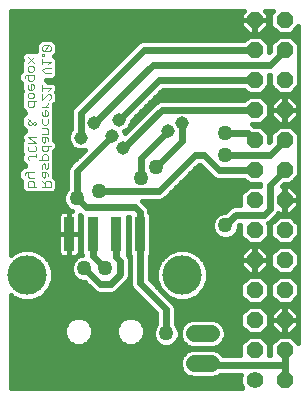
<source format=gbl>
G75*
G70*
%OFA0B0*%
%FSLAX24Y24*%
%IPPOS*%
%LPD*%
%AMOC8*
5,1,8,0,0,1.08239X$1,22.5*
%
%ADD10C,0.0030*%
%ADD11C,0.0560*%
%ADD12OC8,0.0560*%
%ADD13C,0.0560*%
%ADD14R,0.0354X0.1181*%
%ADD15C,0.1310*%
%ADD16C,0.0160*%
%ADD17C,0.0500*%
%ADD18C,0.0200*%
%ADD19C,0.0100*%
%ADD20C,0.0140*%
%ADD21C,0.0120*%
%ADD22C,0.0240*%
%ADD23C,0.0450*%
D10*
X001020Y007170D02*
X001020Y007315D01*
X001068Y007363D01*
X001165Y007363D01*
X001213Y007315D01*
X001213Y007170D01*
X001310Y007170D02*
X001020Y007170D01*
X001068Y007465D02*
X001020Y007513D01*
X001020Y007658D01*
X000972Y007658D02*
X000923Y007610D01*
X000923Y007561D01*
X000972Y007658D02*
X001213Y007658D01*
X001213Y007465D02*
X001068Y007465D01*
X001500Y007513D02*
X001548Y007465D01*
X001597Y007513D01*
X001597Y007658D01*
X001645Y007658D02*
X001500Y007658D01*
X001500Y007513D01*
X001500Y007363D02*
X001597Y007267D01*
X001597Y007315D02*
X001597Y007170D01*
X001500Y007170D02*
X001790Y007170D01*
X001790Y007315D01*
X001742Y007363D01*
X001645Y007363D01*
X001597Y007315D01*
X001693Y007513D02*
X001693Y007610D01*
X001645Y007658D01*
X001645Y007759D02*
X001693Y007808D01*
X001693Y007953D01*
X001693Y008054D02*
X001693Y008199D01*
X001645Y008247D01*
X001548Y008247D01*
X001500Y008199D01*
X001500Y008054D01*
X001403Y008054D02*
X001693Y008054D01*
X001548Y007953D02*
X001597Y007904D01*
X001597Y007808D01*
X001645Y007759D01*
X001500Y007759D02*
X001500Y007904D01*
X001548Y007953D01*
X001310Y008151D02*
X001310Y008247D01*
X001310Y008199D02*
X001068Y008199D01*
X001020Y008151D01*
X001020Y008102D01*
X001068Y008054D01*
X001068Y008349D02*
X001020Y008397D01*
X001020Y008494D01*
X001068Y008542D01*
X001020Y008643D02*
X001310Y008643D01*
X001020Y008837D01*
X001310Y008837D01*
X001500Y008837D02*
X001500Y008692D01*
X001548Y008643D01*
X001597Y008692D01*
X001597Y008837D01*
X001645Y008837D02*
X001500Y008837D01*
X001500Y008938D02*
X001693Y008938D01*
X001693Y009083D01*
X001645Y009131D01*
X001500Y009131D01*
X001548Y009233D02*
X001500Y009281D01*
X001500Y009426D01*
X001548Y009527D02*
X001645Y009527D01*
X001693Y009576D01*
X001693Y009672D01*
X001645Y009721D01*
X001597Y009721D01*
X001597Y009527D01*
X001548Y009527D02*
X001500Y009576D01*
X001500Y009672D01*
X001500Y009822D02*
X001693Y009822D01*
X001597Y009822D02*
X001693Y009919D01*
X001693Y009967D01*
X001742Y010067D02*
X001790Y010116D01*
X001790Y010213D01*
X001742Y010261D01*
X001693Y010261D01*
X001500Y010067D01*
X001500Y010261D01*
X001500Y010362D02*
X001500Y010556D01*
X001500Y010459D02*
X001790Y010459D01*
X001693Y010362D01*
X001310Y010015D02*
X001020Y010015D01*
X001020Y009870D01*
X001068Y009822D01*
X001165Y009822D01*
X001213Y009870D01*
X001213Y010015D01*
X001165Y010117D02*
X001068Y010117D01*
X001020Y010165D01*
X001020Y010262D01*
X001068Y010310D01*
X001165Y010310D01*
X001213Y010262D01*
X001213Y010165D01*
X001165Y010117D01*
X001165Y010411D02*
X001068Y010411D01*
X001020Y010460D01*
X001020Y010556D01*
X001117Y010605D02*
X001117Y010411D01*
X001165Y010411D02*
X001213Y010460D01*
X001213Y010556D01*
X001165Y010605D01*
X001117Y010605D01*
X001165Y010706D02*
X001068Y010706D01*
X001020Y010754D01*
X001020Y010899D01*
X000972Y010899D02*
X001213Y010899D01*
X001213Y010754D01*
X001165Y010706D01*
X000972Y010899D02*
X000923Y010851D01*
X000923Y010803D01*
X001068Y011000D02*
X001020Y011049D01*
X001020Y011146D01*
X001068Y011194D01*
X001165Y011194D01*
X001213Y011146D01*
X001213Y011049D01*
X001165Y011000D01*
X001068Y011000D01*
X001020Y011295D02*
X001213Y011489D01*
X001020Y011489D02*
X001213Y011295D01*
X001500Y011343D02*
X001790Y011343D01*
X001693Y011246D01*
X001597Y011145D02*
X001790Y011145D01*
X001790Y010951D02*
X001597Y010951D01*
X001500Y011048D01*
X001597Y011145D01*
X001500Y011246D02*
X001500Y011440D01*
X001500Y011541D02*
X001500Y011589D01*
X001548Y011589D01*
X001548Y011541D01*
X001500Y011541D01*
X001548Y011688D02*
X001742Y011881D01*
X001548Y011881D01*
X001500Y011833D01*
X001500Y011736D01*
X001548Y011688D01*
X001742Y011688D01*
X001790Y011736D01*
X001790Y011833D01*
X001742Y011881D01*
X001693Y009426D02*
X001693Y009281D01*
X001645Y009233D01*
X001548Y009233D01*
X001310Y009281D02*
X001262Y009233D01*
X001213Y009233D01*
X001020Y009426D01*
X001020Y009329D02*
X001020Y009281D01*
X001068Y009233D01*
X001117Y009233D01*
X001213Y009329D01*
X001262Y009329D01*
X001310Y009281D01*
X001117Y009426D02*
X001020Y009329D01*
X001645Y008837D02*
X001693Y008788D01*
X001693Y008692D01*
X001693Y008542D02*
X001693Y008397D01*
X001645Y008349D01*
X001548Y008349D01*
X001500Y008397D01*
X001500Y008542D01*
X001790Y008542D01*
X001310Y008494D02*
X001310Y008397D01*
X001262Y008349D01*
X001068Y008349D01*
X001262Y008542D02*
X001310Y008494D01*
D11*
X008580Y000730D03*
D12*
X008580Y001730D03*
X008580Y002730D03*
X008580Y003730D03*
X008580Y004730D03*
X008580Y005730D03*
X008580Y006730D03*
X008580Y007730D03*
X008580Y008730D03*
X008580Y009730D03*
X008580Y010730D03*
X008580Y011730D03*
X008580Y012730D03*
X009580Y012730D03*
X009580Y011730D03*
X009580Y010730D03*
X009580Y009730D03*
X009580Y008730D03*
X009580Y007730D03*
X009580Y006730D03*
X009580Y005730D03*
X009580Y004730D03*
X009580Y003730D03*
X009580Y002730D03*
X009580Y001730D03*
X009580Y000730D03*
D13*
X007135Y001280D02*
X006575Y001280D01*
X006575Y002280D02*
X007135Y002280D01*
D14*
X004761Y005588D03*
X003974Y005588D03*
X003186Y005588D03*
X002399Y005588D03*
D15*
X000995Y004230D03*
X006165Y004230D03*
D16*
X000460Y003556D02*
X000460Y000460D01*
X008172Y000460D01*
X008100Y000635D01*
X008100Y000825D01*
X008135Y000910D01*
X007444Y000910D01*
X007407Y000873D01*
X007230Y000800D01*
X006480Y000800D01*
X006303Y000873D01*
X006168Y001008D01*
X006095Y001185D01*
X006095Y001375D01*
X006168Y001552D01*
X006303Y001687D01*
X006480Y001760D01*
X007230Y001760D01*
X007407Y001687D01*
X007542Y001552D01*
X007543Y001550D01*
X008100Y001550D01*
X008100Y001929D01*
X008381Y002210D01*
X008779Y002210D01*
X009060Y001929D01*
X009060Y001550D01*
X009100Y001550D01*
X009100Y001929D01*
X009381Y002210D01*
X009779Y002210D01*
X010042Y001947D01*
X010042Y003513D01*
X009779Y003250D01*
X009381Y003250D01*
X009100Y003531D01*
X009100Y003929D01*
X009381Y004210D01*
X009779Y004210D01*
X010042Y003947D01*
X010042Y004513D01*
X009779Y004250D01*
X009381Y004250D01*
X009100Y004531D01*
X009100Y004929D01*
X009381Y005210D01*
X009779Y005210D01*
X010042Y004947D01*
X010042Y005513D01*
X009779Y005250D01*
X009381Y005250D01*
X009100Y005531D01*
X009100Y005929D01*
X009381Y006210D01*
X009779Y006210D01*
X010042Y005947D01*
X010042Y007513D01*
X009779Y007250D01*
X009553Y007250D01*
X009493Y007190D01*
X009570Y007190D01*
X009570Y006740D01*
X009590Y006740D01*
X009590Y007190D01*
X009771Y007190D01*
X010040Y006921D01*
X010040Y006740D01*
X009590Y006740D01*
X009590Y006720D01*
X010040Y006720D01*
X010040Y006539D01*
X009771Y006270D01*
X009590Y006270D01*
X009590Y006720D01*
X009570Y006720D01*
X009570Y006270D01*
X009389Y006270D01*
X009369Y006291D01*
X009351Y006249D01*
X009061Y005959D01*
X009039Y005950D01*
X009060Y005929D01*
X009060Y005531D01*
X008779Y005250D01*
X008381Y005250D01*
X008100Y005531D01*
X008100Y005910D01*
X008088Y005910D01*
X008055Y005877D01*
X008055Y005790D01*
X007986Y005625D01*
X007860Y005499D01*
X007695Y005430D01*
X007515Y005430D01*
X007350Y005499D01*
X007224Y005625D01*
X007155Y005790D01*
X007155Y005970D01*
X007224Y006135D01*
X007350Y006261D01*
X007515Y006330D01*
X007602Y006330D01*
X007774Y006501D01*
X007891Y006550D01*
X008100Y006550D01*
X008100Y006929D01*
X008381Y007210D01*
X008760Y007210D01*
X008760Y007250D01*
X008381Y007250D01*
X008221Y007410D01*
X007316Y007410D01*
X007199Y007459D01*
X006747Y007910D01*
X006725Y007910D01*
X005651Y006836D01*
X005561Y006746D01*
X005444Y006698D01*
X004840Y006698D01*
X004936Y006601D01*
X005026Y006511D01*
X005075Y006394D01*
X005075Y006325D01*
X005138Y006262D01*
X005138Y004915D01*
X005081Y004858D01*
X005081Y004081D01*
X005811Y003351D01*
X005901Y003261D01*
X005950Y003144D01*
X005950Y002596D01*
X006011Y002535D01*
X006080Y002370D01*
X006080Y002190D01*
X006011Y002025D01*
X005885Y001899D01*
X005720Y001830D01*
X005540Y001830D01*
X005375Y001899D01*
X005249Y002025D01*
X005180Y002190D01*
X005180Y002370D01*
X005249Y002535D01*
X005310Y002596D01*
X005310Y002947D01*
X004490Y003768D01*
X004441Y003885D01*
X004441Y004858D01*
X004384Y004915D01*
X004384Y006160D01*
X004351Y006160D01*
X004351Y004915D01*
X004349Y004913D01*
X004376Y004886D01*
X004425Y004769D01*
X004425Y004191D01*
X004376Y004074D01*
X004286Y003984D01*
X003961Y003659D01*
X003844Y003610D01*
X003366Y003610D01*
X003249Y003659D01*
X003159Y003749D01*
X003159Y003749D01*
X002902Y004005D01*
X002815Y004005D01*
X002650Y004074D01*
X002524Y004200D01*
X002455Y004365D01*
X002455Y004545D01*
X002524Y004710D01*
X002643Y004829D01*
X002600Y004818D01*
X002407Y004818D01*
X002407Y005580D01*
X002390Y005580D01*
X002042Y005580D01*
X002042Y004974D01*
X002054Y004928D01*
X002078Y004887D01*
X002111Y004854D01*
X002152Y004830D01*
X002198Y004818D01*
X002390Y004818D01*
X002390Y005580D01*
X002390Y005597D01*
X002042Y005597D01*
X002042Y006203D01*
X000460Y006203D01*
X000460Y006362D02*
X002489Y006362D01*
X002496Y006359D02*
X002407Y006359D01*
X002407Y005597D01*
X002390Y005597D01*
X002390Y006359D01*
X002198Y006359D01*
X002152Y006347D01*
X002111Y006323D01*
X002078Y006289D01*
X002054Y006248D01*
X002042Y006203D01*
X002042Y006045D02*
X000460Y006045D01*
X000460Y005886D02*
X002042Y005886D01*
X002042Y005728D02*
X000460Y005728D01*
X000460Y005569D02*
X002042Y005569D01*
X002042Y005411D02*
X000460Y005411D01*
X000460Y005252D02*
X002042Y005252D01*
X002042Y005094D02*
X000460Y005094D01*
X000511Y004955D02*
X000460Y004904D01*
X000460Y013020D01*
X008220Y013020D01*
X008120Y012921D01*
X008120Y012740D01*
X008570Y012740D01*
X008570Y012720D01*
X008590Y012720D01*
X008590Y012740D01*
X009040Y012740D01*
X009040Y012921D01*
X008940Y013020D01*
X009191Y013020D01*
X009100Y012929D01*
X009100Y012531D01*
X009381Y012250D01*
X009779Y012250D01*
X010042Y012513D01*
X010042Y011947D01*
X009779Y012210D01*
X009381Y012210D01*
X009100Y011929D01*
X009100Y011703D01*
X009060Y011663D01*
X009060Y011929D01*
X008779Y012210D01*
X008381Y012210D01*
X008221Y012050D01*
X004816Y012050D01*
X004699Y012001D01*
X002509Y009811D01*
X002460Y009694D01*
X002460Y009086D01*
X002420Y009046D01*
X002355Y008890D01*
X002355Y008720D01*
X002420Y008564D01*
X002539Y008445D01*
X002695Y008380D01*
X002865Y008380D01*
X002929Y008407D01*
X002474Y007951D01*
X002384Y007861D01*
X002335Y007744D01*
X002335Y007096D01*
X002274Y007035D01*
X002205Y006870D01*
X002205Y006690D01*
X002274Y006525D01*
X002400Y006399D01*
X002496Y006359D01*
X002407Y006203D02*
X002390Y006203D01*
X002390Y006045D02*
X002407Y006045D01*
X002390Y005886D02*
X002407Y005886D01*
X002390Y005728D02*
X002407Y005728D01*
X002407Y005597D02*
X002756Y005597D01*
X002756Y006203D01*
X002788Y006203D01*
X002774Y006209D02*
X002809Y006194D01*
X002809Y004915D01*
X002819Y004905D01*
X002815Y004905D01*
X002674Y004846D01*
X002687Y004854D01*
X002720Y004887D01*
X002744Y004928D01*
X002756Y004974D01*
X002756Y005580D01*
X002407Y005580D01*
X002407Y005597D01*
X002407Y005569D02*
X002390Y005569D01*
X002390Y005411D02*
X002407Y005411D01*
X002390Y005252D02*
X002407Y005252D01*
X002390Y005094D02*
X002407Y005094D01*
X002390Y004935D02*
X002407Y004935D01*
X002590Y004777D02*
X001658Y004777D01*
X001720Y004714D02*
X001479Y004955D01*
X001165Y005085D01*
X000825Y005085D01*
X000511Y004955D01*
X000491Y004935D02*
X000460Y004935D01*
X001499Y004935D02*
X002052Y004935D01*
X001720Y004714D02*
X001850Y004400D01*
X001850Y004060D01*
X001720Y003746D01*
X001479Y003505D01*
X001165Y003375D01*
X000825Y003375D01*
X000511Y003505D01*
X000460Y003556D01*
X000460Y003509D02*
X000507Y003509D01*
X000460Y003350D02*
X004907Y003350D01*
X004749Y003509D02*
X001483Y003509D01*
X001641Y003667D02*
X003240Y003667D01*
X003082Y003826D02*
X001753Y003826D01*
X001819Y003984D02*
X002923Y003984D01*
X002581Y004143D02*
X001850Y004143D01*
X001850Y004301D02*
X002482Y004301D01*
X002455Y004460D02*
X001825Y004460D01*
X001760Y004618D02*
X002485Y004618D01*
X002746Y004935D02*
X002809Y004935D01*
X002809Y005094D02*
X002756Y005094D01*
X002756Y005252D02*
X002809Y005252D01*
X002809Y005411D02*
X002756Y005411D01*
X002756Y005569D02*
X002809Y005569D01*
X002809Y005728D02*
X002756Y005728D01*
X002756Y005886D02*
X002809Y005886D01*
X002809Y006045D02*
X002756Y006045D01*
X002756Y006203D02*
X002747Y006235D01*
X002774Y006209D01*
X002279Y006520D02*
X000460Y006520D01*
X000460Y006679D02*
X002210Y006679D01*
X002205Y006837D02*
X000460Y006837D01*
X000460Y006996D02*
X000890Y006996D01*
X000931Y006955D02*
X001399Y006955D01*
X001405Y006961D01*
X001411Y006955D01*
X001879Y006955D01*
X002005Y007081D01*
X002005Y007404D01*
X001957Y007453D01*
X001908Y007501D01*
X001908Y007699D01*
X001899Y007709D01*
X001908Y007719D01*
X001908Y007719D01*
X001908Y007719D01*
X001908Y007809D01*
X001908Y007897D01*
X001908Y008288D01*
X001899Y008298D01*
X001908Y008308D01*
X001908Y008308D01*
X001908Y008308D01*
X001908Y008356D01*
X002005Y008453D01*
X002005Y008631D01*
X001908Y008728D01*
X001908Y009172D01*
X001899Y009182D01*
X001908Y009192D01*
X001908Y009192D01*
X001908Y009192D01*
X001908Y009280D01*
X001908Y009370D01*
X001908Y009576D01*
X001908Y009665D01*
X001908Y009930D01*
X001946Y009968D01*
X002005Y010027D01*
X002005Y010115D01*
X002005Y010205D01*
X002005Y010302D01*
X001971Y010336D01*
X002005Y010370D01*
X002005Y010548D01*
X001941Y010612D01*
X001879Y010674D01*
X001686Y010674D01*
X001623Y010736D01*
X001879Y010736D01*
X002005Y010862D01*
X002005Y011040D01*
X001998Y011048D01*
X002005Y011056D01*
X002005Y011234D01*
X001995Y011244D01*
X002005Y011254D01*
X002005Y011432D01*
X001941Y011496D01*
X001898Y011540D01*
X001948Y011590D01*
X002005Y011647D01*
X002005Y011647D01*
X002005Y011647D01*
X002005Y011737D01*
X002005Y011825D01*
X002005Y011825D01*
X002005Y011922D01*
X001957Y011971D01*
X001831Y012096D01*
X001637Y012096D01*
X001547Y012096D01*
X001459Y012096D01*
X001400Y012038D01*
X001333Y011971D01*
X001285Y011922D01*
X001285Y011834D01*
X001285Y011704D01*
X001124Y011704D01*
X001117Y011696D01*
X001109Y011704D01*
X000931Y011704D01*
X000805Y011578D01*
X000805Y011400D01*
X000813Y011392D01*
X000805Y011384D01*
X000805Y011235D01*
X000805Y011145D01*
X000805Y011037D01*
X000757Y010988D01*
X000708Y010940D01*
X000708Y010714D01*
X000805Y010617D01*
X000805Y010370D01*
X000815Y010361D01*
X000805Y010351D01*
X000805Y010351D01*
X000805Y010351D01*
X000805Y010261D01*
X000805Y009781D01*
X000853Y009733D01*
X000945Y009641D01*
X000931Y009641D01*
X000805Y009515D01*
X000805Y009192D01*
X000853Y009144D01*
X000945Y009052D01*
X000931Y009052D01*
X000914Y009035D01*
X000891Y009030D01*
X000853Y008974D01*
X000805Y008926D01*
X000805Y008902D01*
X000792Y008882D01*
X000805Y008815D01*
X000805Y008748D01*
X000813Y008740D01*
X000805Y008732D01*
X000805Y008583D01*
X000805Y008583D01*
X000805Y008493D01*
X000805Y008308D01*
X000839Y008274D01*
X000805Y008240D01*
X000805Y008240D01*
X000805Y008240D01*
X000805Y008150D01*
X000805Y008013D01*
X000931Y007887D01*
X000945Y007873D01*
X000883Y007873D01*
X000834Y007825D01*
X000708Y007699D01*
X000708Y007472D01*
X000805Y007376D01*
X000805Y007081D01*
X000931Y006955D01*
X000805Y007154D02*
X000460Y007154D01*
X000460Y007313D02*
X000805Y007313D01*
X000710Y007471D02*
X000460Y007471D01*
X000460Y007630D02*
X000708Y007630D01*
X000797Y007788D02*
X000460Y007788D01*
X000460Y007947D02*
X000872Y007947D01*
X000805Y008105D02*
X000460Y008105D01*
X000460Y008264D02*
X000829Y008264D01*
X000805Y008422D02*
X000460Y008422D01*
X000460Y008581D02*
X000805Y008581D01*
X000812Y008739D02*
X000460Y008739D01*
X000460Y008898D02*
X000802Y008898D01*
X000941Y009056D02*
X000460Y009056D01*
X000460Y009215D02*
X000805Y009215D01*
X000805Y009373D02*
X000460Y009373D01*
X000460Y009532D02*
X000821Y009532D01*
X000896Y009690D02*
X000460Y009690D01*
X000460Y009849D02*
X000805Y009849D01*
X000805Y010007D02*
X000460Y010007D01*
X000460Y010166D02*
X000805Y010166D01*
X000805Y010324D02*
X000460Y010324D01*
X000460Y010483D02*
X000805Y010483D01*
X000781Y010641D02*
X000460Y010641D01*
X000460Y010800D02*
X000708Y010800D01*
X000726Y010958D02*
X000460Y010958D01*
X000460Y011117D02*
X000805Y011117D01*
X000805Y011235D02*
X000805Y011235D01*
X000805Y011275D02*
X000460Y011275D01*
X000460Y011434D02*
X000805Y011434D01*
X000819Y011592D02*
X000460Y011592D01*
X000460Y011751D02*
X001285Y011751D01*
X001285Y011909D02*
X000460Y011909D01*
X000460Y012068D02*
X001430Y012068D01*
X001459Y012096D02*
X001459Y012096D01*
X001459Y012096D01*
X001333Y011971D02*
X001333Y011971D01*
X001285Y011922D02*
X001285Y011922D01*
X001285Y011922D01*
X001637Y012096D02*
X001637Y012096D01*
X001860Y012068D02*
X008239Y012068D01*
X008389Y012270D02*
X008570Y012270D01*
X008570Y012720D01*
X008120Y012720D01*
X008120Y012539D01*
X008389Y012270D01*
X008275Y012385D02*
X000460Y012385D01*
X000460Y012543D02*
X008120Y012543D01*
X008120Y012702D02*
X000460Y012702D01*
X000460Y012860D02*
X008120Y012860D01*
X008218Y013019D02*
X000460Y013019D01*
X000460Y012226D02*
X010042Y012226D01*
X010042Y012068D02*
X009921Y012068D01*
X009913Y012385D02*
X010042Y012385D01*
X009247Y012385D02*
X008885Y012385D01*
X008771Y012270D02*
X009040Y012539D01*
X009040Y012720D01*
X008590Y012720D01*
X008590Y012270D01*
X008771Y012270D01*
X008590Y012385D02*
X008570Y012385D01*
X008570Y012543D02*
X008590Y012543D01*
X008590Y012702D02*
X008570Y012702D01*
X008942Y013019D02*
X009190Y013019D01*
X009100Y012860D02*
X009040Y012860D01*
X009040Y012702D02*
X009100Y012702D01*
X009100Y012543D02*
X009040Y012543D01*
X008921Y012068D02*
X009239Y012068D01*
X009100Y011909D02*
X009060Y011909D01*
X009060Y011751D02*
X009100Y011751D01*
X009100Y010910D02*
X009100Y010531D01*
X009381Y010250D01*
X009779Y010250D01*
X010042Y010513D01*
X010042Y008947D01*
X009779Y009210D01*
X009381Y009210D01*
X009100Y008929D01*
X009100Y008703D01*
X009060Y008663D01*
X009060Y008929D01*
X008779Y009210D01*
X008553Y009210D01*
X008536Y009226D01*
X008479Y009250D01*
X008779Y009250D01*
X009060Y009531D01*
X009060Y009929D01*
X008779Y010210D01*
X008381Y010210D01*
X008221Y010050D01*
X005416Y010050D01*
X005299Y010001D01*
X005209Y009911D01*
X004262Y008965D01*
X004239Y009021D01*
X004296Y009045D01*
X004415Y009164D01*
X004480Y009320D01*
X004480Y009377D01*
X005513Y010410D01*
X008221Y010410D01*
X008381Y010250D01*
X008779Y010250D01*
X009060Y010531D01*
X009060Y010910D01*
X009100Y010910D01*
X009100Y010800D02*
X009060Y010800D01*
X009060Y010641D02*
X009100Y010641D01*
X009149Y010483D02*
X009011Y010483D01*
X008853Y010324D02*
X009307Y010324D01*
X009389Y010190D02*
X009120Y009921D01*
X009120Y009740D01*
X009570Y009740D01*
X009570Y010190D01*
X009389Y010190D01*
X009365Y010166D02*
X008823Y010166D01*
X008982Y010007D02*
X009206Y010007D01*
X009120Y009849D02*
X009060Y009849D01*
X009120Y009720D02*
X009120Y009539D01*
X009389Y009270D01*
X009570Y009270D01*
X009570Y009720D01*
X009120Y009720D01*
X009120Y009690D02*
X009060Y009690D01*
X009060Y009532D02*
X009128Y009532D01*
X009286Y009373D02*
X008902Y009373D01*
X008933Y009056D02*
X009227Y009056D01*
X009100Y008898D02*
X009060Y008898D01*
X009060Y008739D02*
X009100Y008739D01*
X009590Y009270D02*
X009771Y009270D01*
X010040Y009539D01*
X010040Y009720D01*
X009590Y009720D01*
X009590Y009740D01*
X009570Y009740D01*
X009570Y009720D01*
X009590Y009720D01*
X009590Y009270D01*
X009590Y009373D02*
X009570Y009373D01*
X009570Y009532D02*
X009590Y009532D01*
X009590Y009690D02*
X009570Y009690D01*
X009580Y009730D02*
X010030Y009730D01*
X010040Y009740D02*
X010040Y009921D01*
X009771Y010190D01*
X009590Y010190D01*
X009590Y009740D01*
X010040Y009740D01*
X010040Y009690D02*
X010042Y009690D01*
X010032Y009532D02*
X010042Y009532D01*
X010042Y009373D02*
X009874Y009373D01*
X010042Y009215D02*
X008548Y009215D01*
X008337Y010166D02*
X005268Y010166D01*
X005313Y010007D02*
X005110Y010007D01*
X005146Y009849D02*
X004951Y009849D01*
X004987Y009690D02*
X004793Y009690D01*
X004829Y009532D02*
X004634Y009532D01*
X004670Y009373D02*
X004480Y009373D01*
X004512Y009215D02*
X004436Y009215D01*
X004353Y009056D02*
X004307Y009056D01*
X003180Y010483D02*
X002005Y010483D01*
X001983Y010324D02*
X003021Y010324D01*
X002863Y010166D02*
X002005Y010166D01*
X002005Y010205D02*
X002005Y010205D01*
X002005Y010027D02*
X002005Y010027D01*
X002005Y010027D01*
X001986Y010007D02*
X002704Y010007D01*
X002546Y009849D02*
X001908Y009849D01*
X001908Y009690D02*
X002460Y009690D01*
X002460Y009532D02*
X001908Y009532D01*
X001908Y009665D02*
X001908Y009665D01*
X001908Y009373D02*
X002460Y009373D01*
X002460Y009215D02*
X001908Y009215D01*
X001908Y009370D02*
X001908Y009370D01*
X001908Y009056D02*
X002430Y009056D01*
X002358Y008898D02*
X001908Y008898D01*
X001908Y008739D02*
X002355Y008739D01*
X002413Y008581D02*
X002005Y008581D01*
X001974Y008422D02*
X002594Y008422D01*
X002786Y008264D02*
X001908Y008264D01*
X001908Y008105D02*
X002627Y008105D01*
X002469Y007947D02*
X001908Y007947D01*
X001908Y007897D02*
X001908Y007897D01*
X001908Y007788D02*
X002353Y007788D01*
X002335Y007630D02*
X001908Y007630D01*
X001938Y007471D02*
X002335Y007471D01*
X002335Y007313D02*
X002005Y007313D01*
X002005Y007154D02*
X002335Y007154D01*
X002257Y006996D02*
X001920Y006996D01*
X003974Y005588D02*
X003980Y005582D01*
X004351Y005569D02*
X004384Y005569D01*
X004384Y005411D02*
X004351Y005411D01*
X004351Y005252D02*
X004384Y005252D01*
X004384Y005094D02*
X004351Y005094D01*
X004351Y004935D02*
X004384Y004935D01*
X004422Y004777D02*
X004441Y004777D01*
X004425Y004618D02*
X004441Y004618D01*
X004425Y004460D02*
X004441Y004460D01*
X004425Y004301D02*
X004441Y004301D01*
X004441Y004143D02*
X004405Y004143D01*
X004441Y003984D02*
X004287Y003984D01*
X004128Y003826D02*
X004466Y003826D01*
X004590Y003667D02*
X003970Y003667D01*
X004351Y002826D02*
X004176Y002753D01*
X004042Y002619D01*
X003969Y002444D01*
X003969Y002254D01*
X004042Y002079D01*
X004176Y001944D01*
X004351Y001872D01*
X004541Y001872D01*
X004716Y001944D01*
X004850Y002079D01*
X004923Y002254D01*
X004923Y002444D01*
X004850Y002619D01*
X004716Y002753D01*
X004541Y002826D01*
X004351Y002826D01*
X004139Y002716D02*
X003021Y002716D01*
X002984Y002753D02*
X002809Y002826D01*
X002619Y002826D01*
X002444Y002753D01*
X002310Y002619D01*
X002237Y002444D01*
X002237Y002254D01*
X002310Y002079D01*
X002444Y001944D01*
X002619Y001872D01*
X002809Y001872D01*
X002984Y001944D01*
X003118Y002079D01*
X003191Y002254D01*
X003191Y002444D01*
X003118Y002619D01*
X002984Y002753D01*
X003144Y002558D02*
X004016Y002558D01*
X003969Y002399D02*
X003191Y002399D01*
X003185Y002241D02*
X003975Y002241D01*
X004040Y002082D02*
X003120Y002082D01*
X002933Y001924D02*
X004227Y001924D01*
X004666Y001924D02*
X005350Y001924D01*
X005225Y002082D02*
X004852Y002082D01*
X004917Y002241D02*
X005180Y002241D01*
X005192Y002399D02*
X004923Y002399D01*
X004876Y002558D02*
X005271Y002558D01*
X005310Y002716D02*
X004753Y002716D01*
X005066Y003192D02*
X000460Y003192D01*
X000460Y003033D02*
X005224Y003033D01*
X005310Y002875D02*
X000460Y002875D01*
X000460Y002716D02*
X002407Y002716D01*
X002284Y002558D02*
X000460Y002558D01*
X000460Y002399D02*
X002237Y002399D01*
X002243Y002241D02*
X000460Y002241D01*
X000460Y002082D02*
X002308Y002082D01*
X002494Y001924D02*
X000460Y001924D01*
X000460Y001765D02*
X008100Y001765D01*
X008100Y001924D02*
X007457Y001924D01*
X007407Y001873D02*
X007542Y002008D01*
X007615Y002185D01*
X007615Y002375D01*
X007542Y002552D01*
X007407Y002687D01*
X007230Y002760D01*
X006480Y002760D01*
X006303Y002687D01*
X006168Y002552D01*
X006095Y002375D01*
X006095Y002185D01*
X006168Y002008D01*
X006303Y001873D01*
X006480Y001800D01*
X007230Y001800D01*
X007407Y001873D01*
X007573Y002082D02*
X008253Y002082D01*
X008381Y002250D02*
X008779Y002250D01*
X009060Y002531D01*
X009060Y002929D01*
X008779Y003210D01*
X008381Y003210D01*
X008100Y002929D01*
X008100Y002531D01*
X008381Y002250D01*
X008232Y002399D02*
X007605Y002399D01*
X007615Y002241D02*
X010042Y002241D01*
X010042Y002399D02*
X009900Y002399D01*
X009771Y002270D02*
X010040Y002539D01*
X010040Y002720D01*
X009590Y002720D01*
X009590Y002740D01*
X009570Y002740D01*
X009570Y003190D01*
X009389Y003190D01*
X009120Y002921D01*
X009120Y002740D01*
X009570Y002740D01*
X009570Y002720D01*
X009120Y002720D01*
X009120Y002539D01*
X009389Y002270D01*
X009570Y002270D01*
X009570Y002720D01*
X009590Y002720D01*
X009590Y002270D01*
X009771Y002270D01*
X009590Y002399D02*
X009570Y002399D01*
X009570Y002558D02*
X009590Y002558D01*
X009590Y002716D02*
X009570Y002716D01*
X009590Y002740D02*
X010040Y002740D01*
X010040Y002921D01*
X009771Y003190D01*
X009590Y003190D01*
X009590Y002740D01*
X009590Y002875D02*
X009570Y002875D01*
X009570Y003033D02*
X009590Y003033D01*
X009879Y003350D02*
X010042Y003350D01*
X010042Y003192D02*
X008797Y003192D01*
X008779Y003250D02*
X009060Y003531D01*
X009060Y003929D01*
X008779Y004210D01*
X008381Y004210D01*
X008100Y003929D01*
X008100Y003531D01*
X008381Y003250D01*
X008779Y003250D01*
X008879Y003350D02*
X009281Y003350D01*
X009123Y003509D02*
X009037Y003509D01*
X009060Y003667D02*
X009100Y003667D01*
X009100Y003826D02*
X009060Y003826D01*
X009005Y003984D02*
X009155Y003984D01*
X009314Y004143D02*
X008846Y004143D01*
X008771Y004270D02*
X009040Y004539D01*
X009040Y004720D01*
X008590Y004720D01*
X008590Y004740D01*
X008570Y004740D01*
X008570Y005190D01*
X008389Y005190D01*
X008120Y004921D01*
X008120Y004740D01*
X008570Y004740D01*
X008570Y004720D01*
X008120Y004720D01*
X008120Y004539D01*
X008389Y004270D01*
X008570Y004270D01*
X008570Y004720D01*
X008590Y004720D01*
X008590Y004270D01*
X008771Y004270D01*
X008802Y004301D02*
X009330Y004301D01*
X009172Y004460D02*
X008960Y004460D01*
X009040Y004618D02*
X009100Y004618D01*
X009040Y004740D02*
X009040Y004921D01*
X008771Y005190D01*
X008590Y005190D01*
X008590Y004740D01*
X009040Y004740D01*
X009040Y004777D02*
X009100Y004777D01*
X009106Y004935D02*
X009026Y004935D01*
X008867Y005094D02*
X009265Y005094D01*
X009379Y005252D02*
X008781Y005252D01*
X008939Y005411D02*
X009221Y005411D01*
X009100Y005569D02*
X009060Y005569D01*
X009060Y005728D02*
X009100Y005728D01*
X009100Y005886D02*
X009060Y005886D01*
X009147Y006045D02*
X009216Y006045D01*
X009306Y006203D02*
X009374Y006203D01*
X009570Y006362D02*
X009590Y006362D01*
X009590Y006520D02*
X009570Y006520D01*
X009570Y006679D02*
X009590Y006679D01*
X009590Y006837D02*
X009570Y006837D01*
X009570Y006996D02*
X009590Y006996D01*
X009590Y007154D02*
X009570Y007154D01*
X009807Y007154D02*
X010042Y007154D01*
X010042Y007313D02*
X009841Y007313D01*
X010000Y007471D02*
X010042Y007471D01*
X010042Y006996D02*
X009965Y006996D01*
X010040Y006837D02*
X010042Y006837D01*
X010040Y006679D02*
X010042Y006679D01*
X010042Y006520D02*
X010021Y006520D01*
X010042Y006362D02*
X009862Y006362D01*
X009786Y006203D02*
X010042Y006203D01*
X010042Y006045D02*
X009944Y006045D01*
X009939Y005411D02*
X010042Y005411D01*
X010042Y005252D02*
X009781Y005252D01*
X009895Y005094D02*
X010042Y005094D01*
X010042Y004460D02*
X009988Y004460D01*
X010042Y004301D02*
X009830Y004301D01*
X009846Y004143D02*
X010042Y004143D01*
X010042Y003984D02*
X010005Y003984D01*
X010037Y003509D02*
X010042Y003509D01*
X010042Y003033D02*
X009928Y003033D01*
X010040Y002875D02*
X010042Y002875D01*
X010040Y002716D02*
X010042Y002716D01*
X010040Y002558D02*
X010042Y002558D01*
X010042Y002082D02*
X009907Y002082D01*
X009253Y002082D02*
X008907Y002082D01*
X009060Y001924D02*
X009100Y001924D01*
X009100Y001765D02*
X009060Y001765D01*
X009060Y001607D02*
X009100Y001607D01*
X009260Y002399D02*
X008928Y002399D01*
X009060Y002558D02*
X009120Y002558D01*
X009120Y002716D02*
X009060Y002716D01*
X009060Y002875D02*
X009120Y002875D01*
X009232Y003033D02*
X008956Y003033D01*
X008363Y003192D02*
X005930Y003192D01*
X005950Y003033D02*
X008204Y003033D01*
X008100Y002875D02*
X005950Y002875D01*
X005950Y002716D02*
X006373Y002716D01*
X006174Y002558D02*
X005989Y002558D01*
X006068Y002399D02*
X006105Y002399D01*
X006095Y002241D02*
X006080Y002241D01*
X006035Y002082D02*
X006137Y002082D01*
X006253Y001924D02*
X005910Y001924D01*
X006223Y001607D02*
X000460Y001607D01*
X000460Y001448D02*
X006125Y001448D01*
X006095Y001290D02*
X000460Y001290D01*
X000460Y001131D02*
X006117Y001131D01*
X006204Y000973D02*
X000460Y000973D01*
X000460Y000814D02*
X006446Y000814D01*
X007264Y000814D02*
X008100Y000814D01*
X008100Y000656D02*
X000460Y000656D01*
X000460Y000497D02*
X008157Y000497D01*
X008100Y001607D02*
X007487Y001607D01*
X007536Y002558D02*
X008100Y002558D01*
X008100Y002716D02*
X007337Y002716D01*
X006649Y003505D02*
X006890Y003746D01*
X007020Y004060D01*
X007020Y004400D01*
X006890Y004714D01*
X006649Y004955D01*
X006335Y005085D01*
X005995Y005085D01*
X005681Y004955D01*
X005440Y004714D01*
X005310Y004400D01*
X005310Y004060D01*
X005440Y003746D01*
X005681Y003505D01*
X005995Y003375D01*
X006335Y003375D01*
X006649Y003505D01*
X006653Y003509D02*
X008123Y003509D01*
X008100Y003667D02*
X006811Y003667D01*
X006923Y003826D02*
X008100Y003826D01*
X008155Y003984D02*
X006989Y003984D01*
X007020Y004143D02*
X008314Y004143D01*
X008358Y004301D02*
X007020Y004301D01*
X006995Y004460D02*
X008200Y004460D01*
X008120Y004618D02*
X006930Y004618D01*
X006828Y004777D02*
X008120Y004777D01*
X008134Y004935D02*
X006669Y004935D01*
X007280Y005569D02*
X005138Y005569D01*
X005138Y005411D02*
X008221Y005411D01*
X008100Y005569D02*
X007930Y005569D01*
X008029Y005728D02*
X008100Y005728D01*
X008100Y005886D02*
X008064Y005886D01*
X007634Y006362D02*
X005075Y006362D01*
X005018Y006520D02*
X007819Y006520D01*
X008100Y006679D02*
X004859Y006679D01*
X005138Y006203D02*
X007292Y006203D01*
X007186Y006045D02*
X005138Y006045D01*
X005138Y005886D02*
X007155Y005886D01*
X007181Y005728D02*
X005138Y005728D01*
X004780Y005607D02*
X004780Y006080D01*
X004755Y006105D01*
X004384Y006045D02*
X004351Y006045D01*
X004351Y005886D02*
X004384Y005886D01*
X004384Y005728D02*
X004351Y005728D01*
X004761Y005588D02*
X004780Y005607D01*
X005138Y005252D02*
X008379Y005252D01*
X008293Y005094D02*
X005138Y005094D01*
X005138Y004935D02*
X005661Y004935D01*
X005502Y004777D02*
X005081Y004777D01*
X005081Y004618D02*
X005400Y004618D01*
X005335Y004460D02*
X005081Y004460D01*
X005081Y004301D02*
X005310Y004301D01*
X005310Y004143D02*
X005081Y004143D01*
X005179Y003984D02*
X005341Y003984D01*
X005337Y003826D02*
X005407Y003826D01*
X005496Y003667D02*
X005519Y003667D01*
X005654Y003509D02*
X005677Y003509D01*
X005813Y003350D02*
X008281Y003350D01*
X008570Y004301D02*
X008590Y004301D01*
X008590Y004460D02*
X008570Y004460D01*
X008570Y004618D02*
X008590Y004618D01*
X008590Y004777D02*
X008570Y004777D01*
X008570Y004935D02*
X008590Y004935D01*
X008590Y005094D02*
X008570Y005094D01*
X008100Y006837D02*
X005652Y006837D01*
X005811Y006996D02*
X008167Y006996D01*
X008325Y007154D02*
X005969Y007154D01*
X006128Y007313D02*
X008319Y007313D01*
X007186Y007471D02*
X006286Y007471D01*
X006445Y007630D02*
X007028Y007630D01*
X006869Y007788D02*
X006603Y007788D01*
X005427Y010324D02*
X008307Y010324D01*
X009570Y010166D02*
X009590Y010166D01*
X009590Y010007D02*
X009570Y010007D01*
X009570Y009849D02*
X009590Y009849D01*
X009795Y010166D02*
X010042Y010166D01*
X010042Y010324D02*
X009853Y010324D01*
X010011Y010483D02*
X010042Y010483D01*
X010042Y010007D02*
X009954Y010007D01*
X010040Y009849D02*
X010042Y009849D01*
X010042Y009056D02*
X009933Y009056D01*
X004606Y011909D02*
X002005Y011909D01*
X002005Y011751D02*
X004448Y011751D01*
X004289Y011592D02*
X001950Y011592D01*
X002004Y011434D02*
X004131Y011434D01*
X003972Y011275D02*
X002005Y011275D01*
X002005Y011117D02*
X003814Y011117D01*
X003655Y010958D02*
X002005Y010958D01*
X001942Y010800D02*
X003497Y010800D01*
X003338Y010641D02*
X001912Y010641D01*
D17*
X002030Y012630D03*
X005293Y007818D03*
X004780Y007468D03*
X003382Y007018D03*
X002655Y006780D03*
X002905Y004455D03*
X003580Y004455D03*
X003805Y002555D03*
X005630Y002280D03*
X007605Y005880D03*
X006830Y007580D03*
X007605Y008230D03*
X007605Y008955D03*
D18*
X003186Y005588D02*
X003186Y005136D01*
X003180Y005130D01*
X002399Y005588D02*
X002380Y005569D01*
D19*
X010030Y009730D02*
X010055Y009755D01*
D20*
X010052Y011930D02*
X010052Y002730D01*
X009580Y002730D01*
D21*
X010055Y009755D02*
X010055Y011930D01*
X010052Y011930D01*
D22*
X009580Y011730D02*
X009080Y011230D01*
X005180Y011230D01*
X003230Y009280D01*
X002780Y009630D02*
X002780Y008805D01*
X002780Y009630D02*
X004880Y011730D01*
X008580Y011730D01*
X008580Y010730D02*
X005380Y010730D01*
X004055Y009405D01*
X003843Y008868D02*
X002655Y007680D01*
X002655Y006780D01*
X002955Y006480D01*
X004605Y006480D01*
X004755Y006330D01*
X004755Y006105D01*
X004761Y005588D02*
X004761Y003949D01*
X005630Y003080D01*
X005630Y002280D01*
X006855Y001280D02*
X006857Y001267D01*
X006862Y001255D01*
X006870Y001245D01*
X006880Y001237D01*
X006892Y001232D01*
X006905Y001230D01*
X009580Y001230D01*
X009580Y000730D01*
X009580Y001230D02*
X009580Y001730D01*
X007605Y005880D02*
X007955Y006230D01*
X008880Y006230D01*
X009080Y006430D01*
X009080Y007230D01*
X009580Y007730D01*
X009080Y008230D02*
X009580Y008730D01*
X009080Y008230D02*
X007605Y008230D01*
X007380Y007730D02*
X006880Y008230D01*
X006593Y008230D01*
X005380Y007018D01*
X003382Y007018D01*
X004205Y008455D02*
X005480Y009730D01*
X008580Y009730D01*
X008355Y008955D02*
X008580Y008730D01*
X008355Y008955D02*
X007605Y008955D01*
X007380Y007730D02*
X008580Y007730D01*
X006155Y008680D02*
X006155Y009305D01*
X005680Y009043D02*
X004780Y008143D01*
X004780Y007468D01*
X005293Y007818D02*
X006155Y008680D01*
X003974Y005588D02*
X003974Y004836D01*
X004105Y004705D01*
X004105Y004255D01*
X003780Y003930D01*
X003430Y003930D01*
X002905Y004455D01*
X003180Y004855D02*
X003180Y005130D01*
X003180Y004855D02*
X003580Y004455D01*
D23*
X004205Y008455D03*
X003843Y008868D03*
X004055Y009405D03*
X003230Y009280D03*
X002780Y008805D03*
X005680Y009043D03*
X006155Y009305D03*
M02*

</source>
